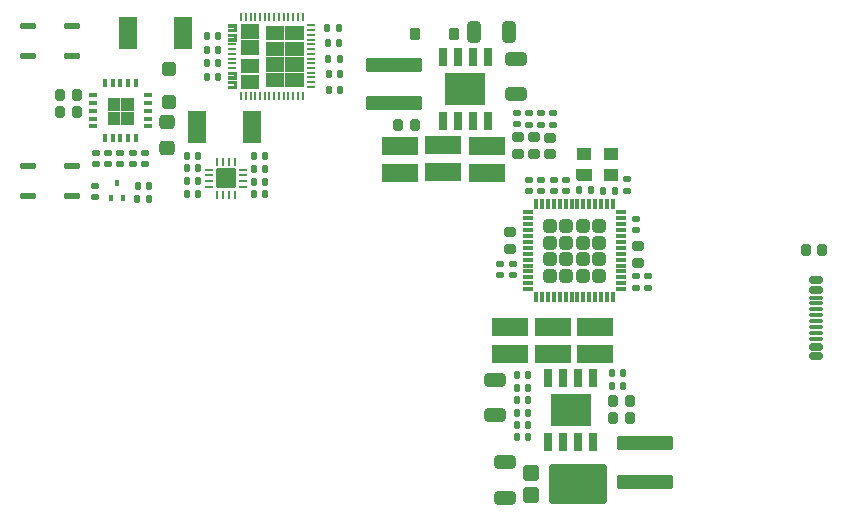
<source format=gbr>
%TF.GenerationSoftware,KiCad,Pcbnew,7.0.11+dfsg-1build4*%
%TF.CreationDate,2024-07-15T15:28:05+02:00*%
%TF.ProjectId,antmicro-poe-to-usbc-pd-adapter,616e746d-6963-4726-9f2d-706f652d746f,rev?*%
%TF.SameCoordinates,Original*%
%TF.FileFunction,Paste,Top*%
%TF.FilePolarity,Positive*%
%FSLAX46Y46*%
G04 Gerber Fmt 4.6, Leading zero omitted, Abs format (unit mm)*
G04 Created by KiCad (PCBNEW 7.0.11+dfsg-1build4) date 2024-07-15 15:28:05 commit  463866a *
%MOMM*%
%LPD*%
G01*
G04 APERTURE LIST*
G04 Aperture macros list*
%AMRoundRect*
0 Rectangle with rounded corners*
0 $1 Rounding radius*
0 $2 $3 $4 $5 $6 $7 $8 $9 X,Y pos of 4 corners*
0 Add a 4 corners polygon primitive as box body*
4,1,4,$2,$3,$4,$5,$6,$7,$8,$9,$2,$3,0*
0 Add four circle primitives for the rounded corners*
1,1,$1+$1,$2,$3*
1,1,$1+$1,$4,$5*
1,1,$1+$1,$6,$7*
1,1,$1+$1,$8,$9*
0 Add four rect primitives between the rounded corners*
20,1,$1+$1,$2,$3,$4,$5,0*
20,1,$1+$1,$4,$5,$6,$7,0*
20,1,$1+$1,$6,$7,$8,$9,0*
20,1,$1+$1,$8,$9,$2,$3,0*%
%AMOutline5P*
0 Free polygon, 5 corners , with rotation*
0 The origin of the aperture is its center*
0 number of corners: always 5*
0 $1 to $10 corner X, Y*
0 $11 Rotation angle, in degrees counterclockwise*
0 create outline with 5 corners*
4,1,5,$1,$2,$3,$4,$5,$6,$7,$8,$9,$10,$1,$2,$11*%
%AMOutline6P*
0 Free polygon, 6 corners , with rotation*
0 The origin of the aperture is its center*
0 number of corners: always 6*
0 $1 to $12 corner X, Y*
0 $13 Rotation angle, in degrees counterclockwise*
0 create outline with 6 corners*
4,1,6,$1,$2,$3,$4,$5,$6,$7,$8,$9,$10,$11,$12,$1,$2,$13*%
%AMOutline7P*
0 Free polygon, 7 corners , with rotation*
0 The origin of the aperture is its center*
0 number of corners: always 7*
0 $1 to $14 corner X, Y*
0 $15 Rotation angle, in degrees counterclockwise*
0 create outline with 7 corners*
4,1,7,$1,$2,$3,$4,$5,$6,$7,$8,$9,$10,$11,$12,$13,$14,$1,$2,$15*%
%AMOutline8P*
0 Free polygon, 8 corners , with rotation*
0 The origin of the aperture is its center*
0 number of corners: always 8*
0 $1 to $16 corner X, Y*
0 $17 Rotation angle, in degrees counterclockwise*
0 create outline with 8 corners*
4,1,8,$1,$2,$3,$4,$5,$6,$7,$8,$9,$10,$11,$12,$13,$14,$15,$16,$1,$2,$17*%
G04 Aperture macros list end*
%ADD10C,0.010000*%
%ADD11C,0.000100*%
%ADD12RoundRect,0.300000X0.350000X-0.300000X0.350000X0.300000X-0.350000X0.300000X-0.350000X-0.300000X0*%
%ADD13RoundRect,0.147500X-0.172500X0.147500X-0.172500X-0.147500X0.172500X-0.147500X0.172500X0.147500X0*%
%ADD14Outline5P,-0.650000X0.550000X0.650000X0.550000X0.650000X-0.550000X-0.430000X-0.550000X-0.650000X-0.330000X0.000000*%
%ADD15R,1.300000X1.100000*%
%ADD16RoundRect,0.160000X-0.340000X0.240000X-0.340000X-0.240000X0.340000X-0.240000X0.340000X0.240000X0*%
%ADD17RoundRect,0.147500X-0.147500X-0.172500X0.147500X-0.172500X0.147500X0.172500X-0.147500X0.172500X0*%
%ADD18R,1.500000X2.750000*%
%ADD19RoundRect,0.160000X0.340000X-0.240000X0.340000X0.240000X-0.340000X0.240000X-0.340000X-0.240000X0*%
%ADD20RoundRect,0.160000X0.240000X0.340000X-0.240000X0.340000X-0.240000X-0.340000X0.240000X-0.340000X0*%
%ADD21R,3.050000X1.520000*%
%ADD22RoundRect,0.168000X-2.262000X1.512000X-2.262000X-1.512000X2.262000X-1.512000X2.262000X1.512000X0*%
%ADD23RoundRect,0.347500X0.352500X-0.347500X0.352500X0.347500X-0.352500X0.347500X-0.352500X-0.347500X0*%
%ADD24RoundRect,0.347500X-0.352500X0.347500X-0.352500X-0.347500X0.352500X-0.347500X0.352500X0.347500X0*%
%ADD25RoundRect,0.147500X0.172500X-0.147500X0.172500X0.147500X-0.172500X0.147500X-0.172500X-0.147500X0*%
%ADD26RoundRect,0.135000X-0.315000X-0.340000X0.315000X-0.340000X0.315000X0.340000X-0.315000X0.340000X0*%
%ADD27R,0.400000X0.510000*%
%ADD28RoundRect,0.287500X-0.612500X0.287500X-0.612500X-0.287500X0.612500X-0.287500X0.612500X0.287500X0*%
%ADD29RoundRect,0.125000X-2.225000X0.500000X-2.225000X-0.500000X2.225000X-0.500000X2.225000X0.500000X0*%
%ADD30RoundRect,0.050000X-0.300000X-0.050000X0.300000X-0.050000X0.300000X0.050000X-0.300000X0.050000X0*%
%ADD31RoundRect,0.050000X0.050000X-0.300000X0.050000X0.300000X-0.050000X0.300000X-0.050000X-0.300000X0*%
%ADD32R,0.650000X1.525000*%
%ADD33R,3.400000X2.710000*%
%ADD34RoundRect,0.147500X0.147500X0.172500X-0.147500X0.172500X-0.147500X-0.172500X0.147500X-0.172500X0*%
%ADD35RoundRect,0.287500X-0.287500X-0.612500X0.287500X-0.612500X0.287500X0.612500X-0.287500X0.612500X0*%
%ADD36RoundRect,0.300000X-0.300000X0.300000X-0.300000X-0.300000X0.300000X-0.300000X0.300000X0.300000X0*%
%ADD37RoundRect,0.160000X-0.240000X-0.340000X0.240000X-0.340000X0.240000X0.340000X-0.240000X0.340000X0*%
%ADD38RoundRect,0.050000X-0.250000X-0.075000X0.250000X-0.075000X0.250000X0.075000X-0.250000X0.075000X0*%
%ADD39RoundRect,0.050000X0.075000X-0.250000X0.075000X0.250000X-0.075000X0.250000X-0.075000X-0.250000X0*%
%ADD40RoundRect,0.050000X0.250000X0.075000X-0.250000X0.075000X-0.250000X-0.075000X0.250000X-0.075000X0*%
%ADD41RoundRect,0.050000X-0.075000X0.250000X-0.075000X-0.250000X0.075000X-0.250000X0.075000X0.250000X0*%
%ADD42RoundRect,0.050000X-0.790000X-0.790000X0.790000X-0.790000X0.790000X0.790000X-0.790000X0.790000X0*%
%ADD43RoundRect,0.077500X0.077500X-0.297500X0.077500X0.297500X-0.077500X0.297500X-0.077500X-0.297500X0*%
%ADD44RoundRect,0.077500X0.297500X-0.077500X0.297500X0.077500X-0.297500X0.077500X-0.297500X-0.077500X0*%
%ADD45RoundRect,0.150000X0.425000X-0.150000X0.425000X0.150000X-0.425000X0.150000X-0.425000X-0.150000X0*%
%ADD46RoundRect,0.075000X0.500000X-0.075000X0.500000X0.075000X-0.500000X0.075000X-0.500000X-0.075000X0*%
%ADD47RoundRect,0.120000X0.580000X0.120000X-0.580000X0.120000X-0.580000X-0.120000X0.580000X-0.120000X0*%
%ADD48RoundRect,0.250000X-0.315000X0.315000X-0.315000X-0.315000X0.315000X-0.315000X0.315000X0.315000X0*%
%ADD49RoundRect,0.075000X-0.075000X0.362500X-0.075000X-0.362500X0.075000X-0.362500X0.075000X0.362500X0*%
%ADD50RoundRect,0.075000X-0.362500X-0.075000X0.362500X-0.075000X0.362500X0.075000X-0.362500X0.075000X0*%
%ADD51RoundRect,0.287500X0.612500X-0.287500X0.612500X0.287500X-0.612500X0.287500X-0.612500X-0.287500X0*%
%ADD52RoundRect,0.120000X-0.580000X-0.120000X0.580000X-0.120000X0.580000X0.120000X-0.580000X0.120000X0*%
G04 APERTURE END LIST*
%TO.C,U6*%
D10*
X99549000Y-51599000D02*
X98080000Y-51599000D01*
X98080000Y-50448000D01*
X99549000Y-50448000D01*
X99549000Y-51599000D01*
G36*
X99549000Y-51599000D02*
G01*
X98080000Y-51599000D01*
X98080000Y-50448000D01*
X99549000Y-50448000D01*
X99549000Y-51599000D01*
G37*
X99549000Y-52948000D02*
X98080000Y-52948000D01*
X98080000Y-51799000D01*
X99549000Y-51799000D01*
X99549000Y-52948000D01*
G36*
X99549000Y-52948000D02*
G01*
X98080000Y-52948000D01*
X98080000Y-51799000D01*
X99549000Y-51799000D01*
X99549000Y-52948000D01*
G37*
X99549000Y-54524000D02*
X98080000Y-54524000D01*
X98080000Y-53375000D01*
X99549000Y-53375000D01*
X99549000Y-54524000D01*
G36*
X99549000Y-54524000D02*
G01*
X98080000Y-54524000D01*
X98080000Y-53375000D01*
X99549000Y-53375000D01*
X99549000Y-54524000D01*
G37*
X99549000Y-55875000D02*
X98080000Y-55875000D01*
X98080000Y-54724000D01*
X99549000Y-54724000D01*
X99549000Y-55875000D01*
G36*
X99549000Y-55875000D02*
G01*
X98080000Y-55875000D01*
X98080000Y-54724000D01*
X99549000Y-54724000D01*
X99549000Y-55875000D01*
G37*
X101639000Y-51730000D02*
X100168000Y-51730000D01*
X100168000Y-50610000D01*
X101639000Y-50610000D01*
X101639000Y-51730000D01*
G36*
X101639000Y-51730000D02*
G01*
X100168000Y-51730000D01*
X100168000Y-50610000D01*
X101639000Y-50610000D01*
X101639000Y-51730000D01*
G37*
X101639000Y-53048000D02*
X100168000Y-53048000D01*
X100168000Y-51930000D01*
X101639000Y-51930000D01*
X101639000Y-53048000D01*
G36*
X101639000Y-53048000D02*
G01*
X100168000Y-53048000D01*
X100168000Y-51930000D01*
X101639000Y-51930000D01*
X101639000Y-53048000D01*
G37*
X101639000Y-54369000D02*
X100168000Y-54369000D01*
X100168000Y-53250000D01*
X101639000Y-53250000D01*
X101639000Y-54369000D01*
G36*
X101639000Y-54369000D02*
G01*
X100168000Y-54369000D01*
X100168000Y-53250000D01*
X101639000Y-53250000D01*
X101639000Y-54369000D01*
G37*
X101639000Y-55689000D02*
X100168000Y-55689000D01*
X100168000Y-54569000D01*
X101639000Y-54569000D01*
X101639000Y-55689000D01*
G36*
X101639000Y-55689000D02*
G01*
X100168000Y-55689000D01*
X100168000Y-54569000D01*
X101639000Y-54569000D01*
X101639000Y-55689000D01*
G37*
X103310000Y-51730000D02*
X101838000Y-51730000D01*
X101838000Y-50610000D01*
X103310000Y-50610000D01*
X103310000Y-51730000D01*
G36*
X103310000Y-51730000D02*
G01*
X101838000Y-51730000D01*
X101838000Y-50610000D01*
X103310000Y-50610000D01*
X103310000Y-51730000D01*
G37*
X103310000Y-53048000D02*
X101838000Y-53048000D01*
X101838000Y-51930000D01*
X103310000Y-51930000D01*
X103310000Y-53048000D01*
G36*
X103310000Y-53048000D02*
G01*
X101838000Y-53048000D01*
X101838000Y-51930000D01*
X103310000Y-51930000D01*
X103310000Y-53048000D01*
G37*
X103310000Y-54369000D02*
X101838000Y-54369000D01*
X101838000Y-53250000D01*
X103310000Y-53250000D01*
X103310000Y-54369000D01*
G36*
X103310000Y-54369000D02*
G01*
X101838000Y-54369000D01*
X101838000Y-53250000D01*
X103310000Y-53250000D01*
X103310000Y-54369000D01*
G37*
X103310000Y-55689000D02*
X101838000Y-55689000D01*
X101838000Y-54569000D01*
X103310000Y-54569000D01*
X103310000Y-55689000D01*
G36*
X103310000Y-55689000D02*
G01*
X101838000Y-55689000D01*
X101838000Y-54569000D01*
X103310000Y-54569000D01*
X103310000Y-55689000D01*
G37*
D11*
X97658000Y-55253000D02*
X97659000Y-55254000D01*
X97662000Y-55254000D01*
X97665000Y-55257000D01*
X97666000Y-55258000D01*
X97669000Y-55258000D01*
X97670000Y-55261000D01*
X97673000Y-55262000D01*
X97674000Y-55265000D01*
X97677000Y-55266000D01*
X97678000Y-55269000D01*
X97679000Y-55270000D01*
X97682000Y-55273000D01*
X97682000Y-55274000D01*
X97685000Y-55275000D01*
X97686000Y-55278000D01*
X97686000Y-55282000D01*
X97687000Y-55283000D01*
X97687000Y-55286000D01*
X97689000Y-55290000D01*
X97690000Y-55294000D01*
X97690000Y-55295000D01*
X97690000Y-55298000D01*
X97690000Y-55798000D01*
X97690000Y-55802000D01*
X97690000Y-55803000D01*
X97689000Y-55806000D01*
X97689000Y-55810000D01*
X97687000Y-55811000D01*
X97687000Y-55814000D01*
X97686000Y-55818000D01*
X97685000Y-55822000D01*
X97682000Y-55823000D01*
X97682000Y-55826000D01*
X97679000Y-55827000D01*
X97678000Y-55830000D01*
X97677000Y-55831000D01*
X97674000Y-55834000D01*
X97673000Y-55835000D01*
X97670000Y-55839000D01*
X97669000Y-55839000D01*
X97666000Y-55842000D01*
X97665000Y-55843000D01*
X97662000Y-55843000D01*
X97659000Y-55846000D01*
X97658000Y-55847000D01*
X97654000Y-55847000D01*
X97653000Y-55847000D01*
X97650000Y-55847000D01*
X97647000Y-55847000D01*
X97645000Y-55850000D01*
X97642000Y-55850000D01*
X97639000Y-55850000D01*
X97040000Y-55850000D01*
X97037000Y-55850000D01*
X97034000Y-55850000D01*
X97032000Y-55847000D01*
X97029000Y-55847000D01*
X97026000Y-55847000D01*
X97025000Y-55847000D01*
X97021000Y-55847000D01*
X97020000Y-55846000D01*
X97017000Y-55843000D01*
X97014000Y-55843000D01*
X97013000Y-55842000D01*
X97010000Y-55839000D01*
X97009000Y-55839000D01*
X97006000Y-55835000D01*
X97005000Y-55834000D01*
X97002000Y-55831000D01*
X97001000Y-55830000D01*
X97000000Y-55827000D01*
X96997000Y-55826000D01*
X96997000Y-55823000D01*
X96994000Y-55822000D01*
X96993000Y-55818000D01*
X96992000Y-55814000D01*
X96992000Y-55811000D01*
X96990000Y-55810000D01*
X96990000Y-55806000D01*
X96989000Y-55803000D01*
X96989000Y-55802000D01*
X96989000Y-55798000D01*
X96989000Y-55698000D01*
X96989000Y-55697000D01*
X96989000Y-55693000D01*
X96990000Y-55690000D01*
X96990000Y-55689000D01*
X96992000Y-55685000D01*
X96993000Y-55681000D01*
X96993000Y-55678000D01*
X96994000Y-55677000D01*
X96997000Y-55673000D01*
X97000000Y-55669000D01*
X97001000Y-55669000D01*
X97002000Y-55665000D01*
X97005000Y-55665000D01*
X97006000Y-55661000D01*
X97009000Y-55661000D01*
X97010000Y-55658000D01*
X97013000Y-55657000D01*
X97014000Y-55657000D01*
X97017000Y-55653000D01*
X97020000Y-55653000D01*
X97021000Y-55653000D01*
X97025000Y-55650000D01*
X97026000Y-55650000D01*
X97029000Y-55649000D01*
X97032000Y-55649000D01*
X97034000Y-55649000D01*
X97037000Y-55649000D01*
X97040000Y-55649000D01*
X97440000Y-55649000D01*
X97443000Y-55649000D01*
X97444000Y-55649000D01*
X97448000Y-55649000D01*
X97452000Y-55648000D01*
X97455000Y-55648000D01*
X97456000Y-55645000D01*
X97460000Y-55645000D01*
X97463000Y-55645000D01*
X97464000Y-55641000D01*
X97467000Y-55641000D01*
X97468000Y-55640000D01*
X97471000Y-55637000D01*
X97472000Y-55637000D01*
X97475000Y-55633000D01*
X97476000Y-55633000D01*
X97479000Y-55629000D01*
X97480000Y-55629000D01*
X97480000Y-55625000D01*
X97483000Y-55625000D01*
X97484000Y-55621000D01*
X97484000Y-55620000D01*
X97487000Y-55617000D01*
X97488000Y-55613000D01*
X97488000Y-55609000D01*
X97488000Y-55608000D01*
X97488000Y-55605000D01*
X97488000Y-55601000D01*
X97488000Y-55600000D01*
X97488000Y-55500000D01*
X97488000Y-55496000D01*
X97488000Y-55495000D01*
X97488000Y-55492000D01*
X97488000Y-55488000D01*
X97488000Y-55487000D01*
X97488000Y-55484000D01*
X97487000Y-55480000D01*
X97484000Y-55480000D01*
X97484000Y-55476000D01*
X97483000Y-55475000D01*
X97480000Y-55472000D01*
X97480000Y-55471000D01*
X97479000Y-55468000D01*
X97476000Y-55467000D01*
X97475000Y-55464000D01*
X97472000Y-55463000D01*
X97471000Y-55460000D01*
X97468000Y-55460000D01*
X97467000Y-55456000D01*
X97464000Y-55456000D01*
X97463000Y-55455000D01*
X97460000Y-55452000D01*
X97456000Y-55451000D01*
X97455000Y-55451000D01*
X97452000Y-55451000D01*
X97448000Y-55451000D01*
X97444000Y-55448000D01*
X97443000Y-55448000D01*
X97440000Y-55448000D01*
X97040000Y-55448000D01*
X97037000Y-55448000D01*
X97034000Y-55448000D01*
X97032000Y-55447000D01*
X97029000Y-55447000D01*
X97026000Y-55447000D01*
X97025000Y-55447000D01*
X97021000Y-55447000D01*
X97020000Y-55444000D01*
X97017000Y-55443000D01*
X97014000Y-55443000D01*
X97013000Y-55440000D01*
X97010000Y-55439000D01*
X97009000Y-55439000D01*
X97006000Y-55435000D01*
X97005000Y-55435000D01*
X97002000Y-55431000D01*
X97001000Y-55431000D01*
X97000000Y-55427000D01*
X96997000Y-55427000D01*
X96997000Y-55423000D01*
X96994000Y-55423000D01*
X96993000Y-55419000D01*
X96993000Y-55416000D01*
X96992000Y-55415000D01*
X96992000Y-55411000D01*
X96990000Y-55408000D01*
X96990000Y-55407000D01*
X96989000Y-55403000D01*
X96989000Y-55399000D01*
X96989000Y-55298000D01*
X96989000Y-55295000D01*
X96989000Y-55294000D01*
X96990000Y-55290000D01*
X96992000Y-55286000D01*
X96992000Y-55283000D01*
X96993000Y-55282000D01*
X96993000Y-55278000D01*
X96994000Y-55275000D01*
X96997000Y-55274000D01*
X96997000Y-55273000D01*
X97000000Y-55270000D01*
X97001000Y-55269000D01*
X97002000Y-55266000D01*
X97005000Y-55265000D01*
X97006000Y-55262000D01*
X97009000Y-55261000D01*
X97010000Y-55258000D01*
X97013000Y-55258000D01*
X97014000Y-55257000D01*
X97017000Y-55254000D01*
X97020000Y-55254000D01*
X97021000Y-55253000D01*
X97025000Y-55250000D01*
X97026000Y-55250000D01*
X97029000Y-55250000D01*
X97032000Y-55250000D01*
X97034000Y-55250000D01*
X97037000Y-55250000D01*
X97040000Y-55250000D01*
X97639000Y-55250000D01*
X97642000Y-55250000D01*
X97645000Y-55250000D01*
X97647000Y-55250000D01*
X97650000Y-55250000D01*
X97653000Y-55250000D01*
X97654000Y-55250000D01*
X97658000Y-55253000D01*
G36*
X97658000Y-55253000D02*
G01*
X97659000Y-55254000D01*
X97662000Y-55254000D01*
X97665000Y-55257000D01*
X97666000Y-55258000D01*
X97669000Y-55258000D01*
X97670000Y-55261000D01*
X97673000Y-55262000D01*
X97674000Y-55265000D01*
X97677000Y-55266000D01*
X97678000Y-55269000D01*
X97679000Y-55270000D01*
X97682000Y-55273000D01*
X97682000Y-55274000D01*
X97685000Y-55275000D01*
X97686000Y-55278000D01*
X97686000Y-55282000D01*
X97687000Y-55283000D01*
X97687000Y-55286000D01*
X97689000Y-55290000D01*
X97690000Y-55294000D01*
X97690000Y-55295000D01*
X97690000Y-55298000D01*
X97690000Y-55798000D01*
X97690000Y-55802000D01*
X97690000Y-55803000D01*
X97689000Y-55806000D01*
X97689000Y-55810000D01*
X97687000Y-55811000D01*
X97687000Y-55814000D01*
X97686000Y-55818000D01*
X97685000Y-55822000D01*
X97682000Y-55823000D01*
X97682000Y-55826000D01*
X97679000Y-55827000D01*
X97678000Y-55830000D01*
X97677000Y-55831000D01*
X97674000Y-55834000D01*
X97673000Y-55835000D01*
X97670000Y-55839000D01*
X97669000Y-55839000D01*
X97666000Y-55842000D01*
X97665000Y-55843000D01*
X97662000Y-55843000D01*
X97659000Y-55846000D01*
X97658000Y-55847000D01*
X97654000Y-55847000D01*
X97653000Y-55847000D01*
X97650000Y-55847000D01*
X97647000Y-55847000D01*
X97645000Y-55850000D01*
X97642000Y-55850000D01*
X97639000Y-55850000D01*
X97040000Y-55850000D01*
X97037000Y-55850000D01*
X97034000Y-55850000D01*
X97032000Y-55847000D01*
X97029000Y-55847000D01*
X97026000Y-55847000D01*
X97025000Y-55847000D01*
X97021000Y-55847000D01*
X97020000Y-55846000D01*
X97017000Y-55843000D01*
X97014000Y-55843000D01*
X97013000Y-55842000D01*
X97010000Y-55839000D01*
X97009000Y-55839000D01*
X97006000Y-55835000D01*
X97005000Y-55834000D01*
X97002000Y-55831000D01*
X97001000Y-55830000D01*
X97000000Y-55827000D01*
X96997000Y-55826000D01*
X96997000Y-55823000D01*
X96994000Y-55822000D01*
X96993000Y-55818000D01*
X96992000Y-55814000D01*
X96992000Y-55811000D01*
X96990000Y-55810000D01*
X96990000Y-55806000D01*
X96989000Y-55803000D01*
X96989000Y-55802000D01*
X96989000Y-55798000D01*
X96989000Y-55698000D01*
X96989000Y-55697000D01*
X96989000Y-55693000D01*
X96990000Y-55690000D01*
X96990000Y-55689000D01*
X96992000Y-55685000D01*
X96993000Y-55681000D01*
X96993000Y-55678000D01*
X96994000Y-55677000D01*
X96997000Y-55673000D01*
X97000000Y-55669000D01*
X97001000Y-55669000D01*
X97002000Y-55665000D01*
X97005000Y-55665000D01*
X97006000Y-55661000D01*
X97009000Y-55661000D01*
X97010000Y-55658000D01*
X97013000Y-55657000D01*
X97014000Y-55657000D01*
X97017000Y-55653000D01*
X97020000Y-55653000D01*
X97021000Y-55653000D01*
X97025000Y-55650000D01*
X97026000Y-55650000D01*
X97029000Y-55649000D01*
X97032000Y-55649000D01*
X97034000Y-55649000D01*
X97037000Y-55649000D01*
X97040000Y-55649000D01*
X97440000Y-55649000D01*
X97443000Y-55649000D01*
X97444000Y-55649000D01*
X97448000Y-55649000D01*
X97452000Y-55648000D01*
X97455000Y-55648000D01*
X97456000Y-55645000D01*
X97460000Y-55645000D01*
X97463000Y-55645000D01*
X97464000Y-55641000D01*
X97467000Y-55641000D01*
X97468000Y-55640000D01*
X97471000Y-55637000D01*
X97472000Y-55637000D01*
X97475000Y-55633000D01*
X97476000Y-55633000D01*
X97479000Y-55629000D01*
X97480000Y-55629000D01*
X97480000Y-55625000D01*
X97483000Y-55625000D01*
X97484000Y-55621000D01*
X97484000Y-55620000D01*
X97487000Y-55617000D01*
X97488000Y-55613000D01*
X97488000Y-55609000D01*
X97488000Y-55608000D01*
X97488000Y-55605000D01*
X97488000Y-55601000D01*
X97488000Y-55600000D01*
X97488000Y-55500000D01*
X97488000Y-55496000D01*
X97488000Y-55495000D01*
X97488000Y-55492000D01*
X97488000Y-55488000D01*
X97488000Y-55487000D01*
X97488000Y-55484000D01*
X97487000Y-55480000D01*
X97484000Y-55480000D01*
X97484000Y-55476000D01*
X97483000Y-55475000D01*
X97480000Y-55472000D01*
X97480000Y-55471000D01*
X97479000Y-55468000D01*
X97476000Y-55467000D01*
X97475000Y-55464000D01*
X97472000Y-55463000D01*
X97471000Y-55460000D01*
X97468000Y-55460000D01*
X97467000Y-55456000D01*
X97464000Y-55456000D01*
X97463000Y-55455000D01*
X97460000Y-55452000D01*
X97456000Y-55451000D01*
X97455000Y-55451000D01*
X97452000Y-55451000D01*
X97448000Y-55451000D01*
X97444000Y-55448000D01*
X97443000Y-55448000D01*
X97440000Y-55448000D01*
X97040000Y-55448000D01*
X97037000Y-55448000D01*
X97034000Y-55448000D01*
X97032000Y-55447000D01*
X97029000Y-55447000D01*
X97026000Y-55447000D01*
X97025000Y-55447000D01*
X97021000Y-55447000D01*
X97020000Y-55444000D01*
X97017000Y-55443000D01*
X97014000Y-55443000D01*
X97013000Y-55440000D01*
X97010000Y-55439000D01*
X97009000Y-55439000D01*
X97006000Y-55435000D01*
X97005000Y-55435000D01*
X97002000Y-55431000D01*
X97001000Y-55431000D01*
X97000000Y-55427000D01*
X96997000Y-55427000D01*
X96997000Y-55423000D01*
X96994000Y-55423000D01*
X96993000Y-55419000D01*
X96993000Y-55416000D01*
X96992000Y-55415000D01*
X96992000Y-55411000D01*
X96990000Y-55408000D01*
X96990000Y-55407000D01*
X96989000Y-55403000D01*
X96989000Y-55399000D01*
X96989000Y-55298000D01*
X96989000Y-55295000D01*
X96989000Y-55294000D01*
X96990000Y-55290000D01*
X96992000Y-55286000D01*
X96992000Y-55283000D01*
X96993000Y-55282000D01*
X96993000Y-55278000D01*
X96994000Y-55275000D01*
X96997000Y-55274000D01*
X96997000Y-55273000D01*
X97000000Y-55270000D01*
X97001000Y-55269000D01*
X97002000Y-55266000D01*
X97005000Y-55265000D01*
X97006000Y-55262000D01*
X97009000Y-55261000D01*
X97010000Y-55258000D01*
X97013000Y-55258000D01*
X97014000Y-55257000D01*
X97017000Y-55254000D01*
X97020000Y-55254000D01*
X97021000Y-55253000D01*
X97025000Y-55250000D01*
X97026000Y-55250000D01*
X97029000Y-55250000D01*
X97032000Y-55250000D01*
X97034000Y-55250000D01*
X97037000Y-55250000D01*
X97040000Y-55250000D01*
X97639000Y-55250000D01*
X97642000Y-55250000D01*
X97645000Y-55250000D01*
X97647000Y-55250000D01*
X97650000Y-55250000D01*
X97653000Y-55250000D01*
X97654000Y-55250000D01*
X97658000Y-55253000D01*
G37*
X97647000Y-50451000D02*
X97650000Y-50451000D01*
X97653000Y-50452000D01*
X97654000Y-50452000D01*
X97658000Y-50452000D01*
X97659000Y-50452000D01*
X97662000Y-50455000D01*
X97665000Y-50456000D01*
X97666000Y-50456000D01*
X97669000Y-50460000D01*
X97670000Y-50460000D01*
X97673000Y-50462000D01*
X97674000Y-50465000D01*
X97677000Y-50466000D01*
X97678000Y-50469000D01*
X97679000Y-50470000D01*
X97682000Y-50473000D01*
X97682000Y-50474000D01*
X97685000Y-50477000D01*
X97686000Y-50480000D01*
X97686000Y-50481000D01*
X97687000Y-50485000D01*
X97687000Y-50486000D01*
X97689000Y-50489000D01*
X97689000Y-50492000D01*
X97690000Y-50494000D01*
X97690000Y-50497000D01*
X97690000Y-50500000D01*
X97690000Y-51000000D01*
X97690000Y-51002000D01*
X97690000Y-51005000D01*
X97689000Y-51008000D01*
X97689000Y-51009000D01*
X97687000Y-51013000D01*
X97687000Y-51014000D01*
X97686000Y-51017000D01*
X97686000Y-51020000D01*
X97685000Y-51022000D01*
X97682000Y-51025000D01*
X97679000Y-51029000D01*
X97678000Y-51029000D01*
X97677000Y-51033000D01*
X97674000Y-51033000D01*
X97673000Y-51037000D01*
X97670000Y-51037000D01*
X97669000Y-51040000D01*
X97666000Y-51041000D01*
X97665000Y-51041000D01*
X97662000Y-51045000D01*
X97659000Y-51045000D01*
X97658000Y-51045000D01*
X97654000Y-51048000D01*
X97653000Y-51048000D01*
X97650000Y-51049000D01*
X97647000Y-51049000D01*
X97645000Y-51049000D01*
X97642000Y-51049000D01*
X97639000Y-51049000D01*
X97040000Y-51049000D01*
X97037000Y-51049000D01*
X97034000Y-51049000D01*
X97032000Y-51049000D01*
X97029000Y-51049000D01*
X97026000Y-51048000D01*
X97025000Y-51048000D01*
X97021000Y-51045000D01*
X97020000Y-51045000D01*
X97017000Y-51045000D01*
X97014000Y-51041000D01*
X97013000Y-51041000D01*
X97010000Y-51040000D01*
X97009000Y-51037000D01*
X97006000Y-51037000D01*
X97005000Y-51033000D01*
X97002000Y-51033000D01*
X97001000Y-51029000D01*
X97000000Y-51029000D01*
X96997000Y-51025000D01*
X96994000Y-51022000D01*
X96993000Y-51020000D01*
X96993000Y-51017000D01*
X96992000Y-51014000D01*
X96992000Y-51013000D01*
X96990000Y-51009000D01*
X96990000Y-51008000D01*
X96989000Y-51005000D01*
X96989000Y-51002000D01*
X96989000Y-51000000D01*
X96989000Y-50900000D01*
X96989000Y-50896000D01*
X96989000Y-50895000D01*
X96990000Y-50892000D01*
X96990000Y-50889000D01*
X96992000Y-50887000D01*
X96992000Y-50884000D01*
X96993000Y-50881000D01*
X96993000Y-50880000D01*
X96994000Y-50876000D01*
X96997000Y-50875000D01*
X96997000Y-50872000D01*
X97000000Y-50871000D01*
X97001000Y-50868000D01*
X97002000Y-50867000D01*
X97005000Y-50864000D01*
X97006000Y-50863000D01*
X97009000Y-50860000D01*
X97010000Y-50860000D01*
X97013000Y-50857000D01*
X97014000Y-50856000D01*
X97017000Y-50855000D01*
X97020000Y-50853000D01*
X97021000Y-50852000D01*
X97025000Y-50852000D01*
X97026000Y-50852000D01*
X97029000Y-50851000D01*
X97032000Y-50851000D01*
X97034000Y-50849000D01*
X97037000Y-50849000D01*
X97040000Y-50849000D01*
X97440000Y-50849000D01*
X97443000Y-50849000D01*
X97444000Y-50849000D01*
X97448000Y-50848000D01*
X97452000Y-50848000D01*
X97455000Y-50848000D01*
X97456000Y-50847000D01*
X97460000Y-50845000D01*
X97463000Y-50843000D01*
X97464000Y-50843000D01*
X97467000Y-50842000D01*
X97468000Y-50839000D01*
X97471000Y-50839000D01*
X97472000Y-50835000D01*
X97475000Y-50835000D01*
X97476000Y-50831000D01*
X97479000Y-50831000D01*
X97480000Y-50827000D01*
X97483000Y-50823000D01*
X97484000Y-50823000D01*
X97484000Y-50819000D01*
X97487000Y-50818000D01*
X97488000Y-50815000D01*
X97488000Y-50811000D01*
X97488000Y-50810000D01*
X97488000Y-50807000D01*
X97488000Y-50803000D01*
X97488000Y-50799000D01*
X97488000Y-50698000D01*
X97488000Y-50697000D01*
X97488000Y-50694000D01*
X97488000Y-50690000D01*
X97488000Y-50686000D01*
X97488000Y-50685000D01*
X97487000Y-50682000D01*
X97484000Y-50678000D01*
X97484000Y-50677000D01*
X97483000Y-50674000D01*
X97480000Y-50673000D01*
X97480000Y-50670000D01*
X97479000Y-50669000D01*
X97476000Y-50666000D01*
X97475000Y-50665000D01*
X97472000Y-50662000D01*
X97471000Y-50661000D01*
X97468000Y-50658000D01*
X97467000Y-50658000D01*
X97464000Y-50657000D01*
X97463000Y-50654000D01*
X97460000Y-50654000D01*
X97456000Y-50653000D01*
X97455000Y-50650000D01*
X97452000Y-50650000D01*
X97448000Y-50650000D01*
X97444000Y-50650000D01*
X97443000Y-50650000D01*
X97440000Y-50650000D01*
X97040000Y-50650000D01*
X97037000Y-50650000D01*
X97034000Y-50650000D01*
X97032000Y-50649000D01*
X97029000Y-50649000D01*
X97026000Y-50647000D01*
X97025000Y-50647000D01*
X97021000Y-50646000D01*
X97020000Y-50646000D01*
X97017000Y-50645000D01*
X97014000Y-50642000D01*
X97013000Y-50642000D01*
X97010000Y-50639000D01*
X97009000Y-50638000D01*
X97006000Y-50637000D01*
X97005000Y-50634000D01*
X97002000Y-50633000D01*
X97001000Y-50630000D01*
X97000000Y-50629000D01*
X96997000Y-50626000D01*
X96997000Y-50625000D01*
X96994000Y-50622000D01*
X96993000Y-50619000D01*
X96993000Y-50618000D01*
X96992000Y-50614000D01*
X96992000Y-50613000D01*
X96990000Y-50610000D01*
X96990000Y-50607000D01*
X96989000Y-50605000D01*
X96989000Y-50602000D01*
X96989000Y-50599000D01*
X96989000Y-50500000D01*
X96989000Y-50497000D01*
X96989000Y-50494000D01*
X96990000Y-50492000D01*
X96990000Y-50489000D01*
X96992000Y-50486000D01*
X96992000Y-50485000D01*
X96993000Y-50481000D01*
X96993000Y-50480000D01*
X96994000Y-50477000D01*
X96997000Y-50474000D01*
X96997000Y-50473000D01*
X97000000Y-50470000D01*
X97001000Y-50469000D01*
X97002000Y-50466000D01*
X97005000Y-50465000D01*
X97006000Y-50462000D01*
X97009000Y-50460000D01*
X97010000Y-50460000D01*
X97013000Y-50456000D01*
X97014000Y-50456000D01*
X97017000Y-50455000D01*
X97020000Y-50452000D01*
X97021000Y-50452000D01*
X97025000Y-50452000D01*
X97026000Y-50452000D01*
X97029000Y-50451000D01*
X97032000Y-50451000D01*
X97034000Y-50448000D01*
X97037000Y-50448000D01*
X97040000Y-50448000D01*
X97639000Y-50448000D01*
X97642000Y-50448000D01*
X97645000Y-50448000D01*
X97647000Y-50451000D01*
G36*
X97647000Y-50451000D02*
G01*
X97650000Y-50451000D01*
X97653000Y-50452000D01*
X97654000Y-50452000D01*
X97658000Y-50452000D01*
X97659000Y-50452000D01*
X97662000Y-50455000D01*
X97665000Y-50456000D01*
X97666000Y-50456000D01*
X97669000Y-50460000D01*
X97670000Y-50460000D01*
X97673000Y-50462000D01*
X97674000Y-50465000D01*
X97677000Y-50466000D01*
X97678000Y-50469000D01*
X97679000Y-50470000D01*
X97682000Y-50473000D01*
X97682000Y-50474000D01*
X97685000Y-50477000D01*
X97686000Y-50480000D01*
X97686000Y-50481000D01*
X97687000Y-50485000D01*
X97687000Y-50486000D01*
X97689000Y-50489000D01*
X97689000Y-50492000D01*
X97690000Y-50494000D01*
X97690000Y-50497000D01*
X97690000Y-50500000D01*
X97690000Y-51000000D01*
X97690000Y-51002000D01*
X97690000Y-51005000D01*
X97689000Y-51008000D01*
X97689000Y-51009000D01*
X97687000Y-51013000D01*
X97687000Y-51014000D01*
X97686000Y-51017000D01*
X97686000Y-51020000D01*
X97685000Y-51022000D01*
X97682000Y-51025000D01*
X97679000Y-51029000D01*
X97678000Y-51029000D01*
X97677000Y-51033000D01*
X97674000Y-51033000D01*
X97673000Y-51037000D01*
X97670000Y-51037000D01*
X97669000Y-51040000D01*
X97666000Y-51041000D01*
X97665000Y-51041000D01*
X97662000Y-51045000D01*
X97659000Y-51045000D01*
X97658000Y-51045000D01*
X97654000Y-51048000D01*
X97653000Y-51048000D01*
X97650000Y-51049000D01*
X97647000Y-51049000D01*
X97645000Y-51049000D01*
X97642000Y-51049000D01*
X97639000Y-51049000D01*
X97040000Y-51049000D01*
X97037000Y-51049000D01*
X97034000Y-51049000D01*
X97032000Y-51049000D01*
X97029000Y-51049000D01*
X97026000Y-51048000D01*
X97025000Y-51048000D01*
X97021000Y-51045000D01*
X97020000Y-51045000D01*
X97017000Y-51045000D01*
X97014000Y-51041000D01*
X97013000Y-51041000D01*
X97010000Y-51040000D01*
X97009000Y-51037000D01*
X97006000Y-51037000D01*
X97005000Y-51033000D01*
X97002000Y-51033000D01*
X97001000Y-51029000D01*
X97000000Y-51029000D01*
X96997000Y-51025000D01*
X96994000Y-51022000D01*
X96993000Y-51020000D01*
X96993000Y-51017000D01*
X96992000Y-51014000D01*
X96992000Y-51013000D01*
X96990000Y-51009000D01*
X96990000Y-51008000D01*
X96989000Y-51005000D01*
X96989000Y-51002000D01*
X96989000Y-51000000D01*
X96989000Y-50900000D01*
X96989000Y-50896000D01*
X96989000Y-50895000D01*
X96990000Y-50892000D01*
X96990000Y-50889000D01*
X96992000Y-50887000D01*
X96992000Y-50884000D01*
X96993000Y-50881000D01*
X96993000Y-50880000D01*
X96994000Y-50876000D01*
X96997000Y-50875000D01*
X96997000Y-50872000D01*
X97000000Y-50871000D01*
X97001000Y-50868000D01*
X97002000Y-50867000D01*
X97005000Y-50864000D01*
X97006000Y-50863000D01*
X97009000Y-50860000D01*
X97010000Y-50860000D01*
X97013000Y-50857000D01*
X97014000Y-50856000D01*
X97017000Y-50855000D01*
X97020000Y-50853000D01*
X97021000Y-50852000D01*
X97025000Y-50852000D01*
X97026000Y-50852000D01*
X97029000Y-50851000D01*
X97032000Y-50851000D01*
X97034000Y-50849000D01*
X97037000Y-50849000D01*
X97040000Y-50849000D01*
X97440000Y-50849000D01*
X97443000Y-50849000D01*
X97444000Y-50849000D01*
X97448000Y-50848000D01*
X97452000Y-50848000D01*
X97455000Y-50848000D01*
X97456000Y-50847000D01*
X97460000Y-50845000D01*
X97463000Y-50843000D01*
X97464000Y-50843000D01*
X97467000Y-50842000D01*
X97468000Y-50839000D01*
X97471000Y-50839000D01*
X97472000Y-50835000D01*
X97475000Y-50835000D01*
X97476000Y-50831000D01*
X97479000Y-50831000D01*
X97480000Y-50827000D01*
X97483000Y-50823000D01*
X97484000Y-50823000D01*
X97484000Y-50819000D01*
X97487000Y-50818000D01*
X97488000Y-50815000D01*
X97488000Y-50811000D01*
X97488000Y-50810000D01*
X97488000Y-50807000D01*
X97488000Y-50803000D01*
X97488000Y-50799000D01*
X97488000Y-50698000D01*
X97488000Y-50697000D01*
X97488000Y-50694000D01*
X97488000Y-50690000D01*
X97488000Y-50686000D01*
X97488000Y-50685000D01*
X97487000Y-50682000D01*
X97484000Y-50678000D01*
X97484000Y-50677000D01*
X97483000Y-50674000D01*
X97480000Y-50673000D01*
X97480000Y-50670000D01*
X97479000Y-50669000D01*
X97476000Y-50666000D01*
X97475000Y-50665000D01*
X97472000Y-50662000D01*
X97471000Y-50661000D01*
X97468000Y-50658000D01*
X97467000Y-50658000D01*
X97464000Y-50657000D01*
X97463000Y-50654000D01*
X97460000Y-50654000D01*
X97456000Y-50653000D01*
X97455000Y-50650000D01*
X97452000Y-50650000D01*
X97448000Y-50650000D01*
X97444000Y-50650000D01*
X97443000Y-50650000D01*
X97440000Y-50650000D01*
X97040000Y-50650000D01*
X97037000Y-50650000D01*
X97034000Y-50650000D01*
X97032000Y-50649000D01*
X97029000Y-50649000D01*
X97026000Y-50647000D01*
X97025000Y-50647000D01*
X97021000Y-50646000D01*
X97020000Y-50646000D01*
X97017000Y-50645000D01*
X97014000Y-50642000D01*
X97013000Y-50642000D01*
X97010000Y-50639000D01*
X97009000Y-50638000D01*
X97006000Y-50637000D01*
X97005000Y-50634000D01*
X97002000Y-50633000D01*
X97001000Y-50630000D01*
X97000000Y-50629000D01*
X96997000Y-50626000D01*
X96997000Y-50625000D01*
X96994000Y-50622000D01*
X96993000Y-50619000D01*
X96993000Y-50618000D01*
X96992000Y-50614000D01*
X96992000Y-50613000D01*
X96990000Y-50610000D01*
X96990000Y-50607000D01*
X96989000Y-50605000D01*
X96989000Y-50602000D01*
X96989000Y-50599000D01*
X96989000Y-50500000D01*
X96989000Y-50497000D01*
X96989000Y-50494000D01*
X96990000Y-50492000D01*
X96990000Y-50489000D01*
X96992000Y-50486000D01*
X96992000Y-50485000D01*
X96993000Y-50481000D01*
X96993000Y-50480000D01*
X96994000Y-50477000D01*
X96997000Y-50474000D01*
X96997000Y-50473000D01*
X97000000Y-50470000D01*
X97001000Y-50469000D01*
X97002000Y-50466000D01*
X97005000Y-50465000D01*
X97006000Y-50462000D01*
X97009000Y-50460000D01*
X97010000Y-50460000D01*
X97013000Y-50456000D01*
X97014000Y-50456000D01*
X97017000Y-50455000D01*
X97020000Y-50452000D01*
X97021000Y-50452000D01*
X97025000Y-50452000D01*
X97026000Y-50452000D01*
X97029000Y-50451000D01*
X97032000Y-50451000D01*
X97034000Y-50448000D01*
X97037000Y-50448000D01*
X97040000Y-50448000D01*
X97639000Y-50448000D01*
X97642000Y-50448000D01*
X97645000Y-50448000D01*
X97647000Y-50451000D01*
G37*
X97647000Y-51251000D02*
X97650000Y-51251000D01*
X97653000Y-51251000D01*
X97654000Y-51251000D01*
X97658000Y-51253000D01*
X97659000Y-51253000D01*
X97662000Y-51255000D01*
X97665000Y-51257000D01*
X97666000Y-51257000D01*
X97669000Y-51259000D01*
X97670000Y-51261000D01*
X97673000Y-51263000D01*
X97674000Y-51265000D01*
X97677000Y-51267000D01*
X97678000Y-51269000D01*
X97679000Y-51271000D01*
X97682000Y-51273000D01*
X97682000Y-51275000D01*
X97685000Y-51277000D01*
X97686000Y-51279000D01*
X97686000Y-51281000D01*
X97687000Y-51285000D01*
X97687000Y-51287000D01*
X97689000Y-51289000D01*
X97689000Y-51291000D01*
X97690000Y-51295000D01*
X97690000Y-51297000D01*
X97690000Y-51299000D01*
X97690000Y-51799000D01*
X97690000Y-51803000D01*
X97690000Y-51805000D01*
X97689000Y-51807000D01*
X97689000Y-51809000D01*
X97687000Y-51813000D01*
X97687000Y-51815000D01*
X97686000Y-51817000D01*
X97686000Y-51819000D01*
X97685000Y-51823000D01*
X97682000Y-51825000D01*
X97682000Y-51827000D01*
X97679000Y-51829000D01*
X97678000Y-51831000D01*
X97677000Y-51833000D01*
X97674000Y-51835000D01*
X97673000Y-51837000D01*
X97670000Y-51839000D01*
X97669000Y-51839000D01*
X97666000Y-51841000D01*
X97665000Y-51843000D01*
X97662000Y-51845000D01*
X97659000Y-51845000D01*
X97658000Y-51847000D01*
X97654000Y-51847000D01*
X97653000Y-51847000D01*
X97650000Y-51849000D01*
X97647000Y-51849000D01*
X97645000Y-51849000D01*
X97642000Y-51849000D01*
X97639000Y-51849000D01*
X97040000Y-51849000D01*
X97037000Y-51849000D01*
X97034000Y-51849000D01*
X97032000Y-51849000D01*
X97029000Y-51849000D01*
X97026000Y-51847000D01*
X97025000Y-51847000D01*
X97021000Y-51847000D01*
X97020000Y-51845000D01*
X97017000Y-51845000D01*
X97014000Y-51843000D01*
X97013000Y-51841000D01*
X97010000Y-51839000D01*
X97009000Y-51839000D01*
X97006000Y-51837000D01*
X97005000Y-51835000D01*
X97002000Y-51833000D01*
X97001000Y-51831000D01*
X97000000Y-51829000D01*
X96997000Y-51827000D01*
X96997000Y-51825000D01*
X96994000Y-51823000D01*
X96993000Y-51819000D01*
X96993000Y-51817000D01*
X96992000Y-51815000D01*
X96992000Y-51813000D01*
X96990000Y-51809000D01*
X96990000Y-51807000D01*
X96989000Y-51805000D01*
X96989000Y-51803000D01*
X96989000Y-51799000D01*
X96989000Y-51700000D01*
X96989000Y-51696000D01*
X96989000Y-51694000D01*
X96990000Y-51692000D01*
X96990000Y-51690000D01*
X96992000Y-51686000D01*
X96992000Y-51684000D01*
X96993000Y-51682000D01*
X96993000Y-51680000D01*
X96994000Y-51676000D01*
X96997000Y-51674000D01*
X96997000Y-51672000D01*
X97000000Y-51670000D01*
X97001000Y-51668000D01*
X97002000Y-51666000D01*
X97005000Y-51664000D01*
X97006000Y-51662000D01*
X97009000Y-51660000D01*
X97010000Y-51660000D01*
X97013000Y-51658000D01*
X97014000Y-51656000D01*
X97017000Y-51654000D01*
X97020000Y-51654000D01*
X97021000Y-51652000D01*
X97025000Y-51652000D01*
X97026000Y-51652000D01*
X97029000Y-51650000D01*
X97032000Y-51650000D01*
X97034000Y-51650000D01*
X97037000Y-51650000D01*
X97040000Y-51650000D01*
X97440000Y-51650000D01*
X97443000Y-51650000D01*
X97444000Y-51650000D01*
X97448000Y-51648000D01*
X97452000Y-51648000D01*
X97455000Y-51648000D01*
X97456000Y-51646000D01*
X97460000Y-51646000D01*
X97463000Y-51644000D01*
X97464000Y-51642000D01*
X97467000Y-51642000D01*
X97468000Y-51640000D01*
X97471000Y-51638000D01*
X97472000Y-51636000D01*
X97475000Y-51634000D01*
X97476000Y-51632000D01*
X97479000Y-51630000D01*
X97480000Y-51628000D01*
X97480000Y-51626000D01*
X97483000Y-51624000D01*
X97484000Y-51622000D01*
X97484000Y-51620000D01*
X97487000Y-51618000D01*
X97488000Y-51614000D01*
X97488000Y-51613000D01*
X97488000Y-51609000D01*
X97488000Y-51607000D01*
X97488000Y-51605000D01*
X97488000Y-51603000D01*
X97488000Y-51599000D01*
X97488000Y-51499000D01*
X97488000Y-51497000D01*
X97488000Y-51495000D01*
X97488000Y-51491000D01*
X97488000Y-51489000D01*
X97488000Y-51487000D01*
X97488000Y-51484000D01*
X97487000Y-51482000D01*
X97484000Y-51480000D01*
X97484000Y-51476000D01*
X97483000Y-51474000D01*
X97480000Y-51472000D01*
X97480000Y-51470000D01*
X97479000Y-51468000D01*
X97476000Y-51466000D01*
X97475000Y-51464000D01*
X97472000Y-51462000D01*
X97471000Y-51460000D01*
X97468000Y-51460000D01*
X97467000Y-51458000D01*
X97464000Y-51456000D01*
X97463000Y-51454000D01*
X97460000Y-51454000D01*
X97456000Y-51452000D01*
X97455000Y-51452000D01*
X97452000Y-51452000D01*
X97448000Y-51450000D01*
X97444000Y-51450000D01*
X97443000Y-51450000D01*
X97440000Y-51450000D01*
X97040000Y-51450000D01*
X97037000Y-51450000D01*
X97034000Y-51450000D01*
X97032000Y-51448000D01*
X97029000Y-51448000D01*
X97026000Y-51448000D01*
X97025000Y-51448000D01*
X97021000Y-51446000D01*
X97020000Y-51446000D01*
X97017000Y-51444000D01*
X97014000Y-51442000D01*
X97013000Y-51442000D01*
X97010000Y-51440000D01*
X97009000Y-51438000D01*
X97006000Y-51436000D01*
X97005000Y-51434000D01*
X97002000Y-51432000D01*
X97001000Y-51430000D01*
X97000000Y-51428000D01*
X96997000Y-51426000D01*
X96997000Y-51424000D01*
X96994000Y-51422000D01*
X96993000Y-51420000D01*
X96993000Y-51418000D01*
X96992000Y-51414000D01*
X96992000Y-51412000D01*
X96990000Y-51410000D01*
X96990000Y-51408000D01*
X96989000Y-51404000D01*
X96989000Y-51402000D01*
X96989000Y-51400000D01*
X96989000Y-51299000D01*
X96989000Y-51297000D01*
X96989000Y-51295000D01*
X96990000Y-51291000D01*
X96990000Y-51289000D01*
X96992000Y-51287000D01*
X96992000Y-51285000D01*
X96993000Y-51281000D01*
X96993000Y-51279000D01*
X96994000Y-51277000D01*
X96997000Y-51275000D01*
X96997000Y-51273000D01*
X97000000Y-51271000D01*
X97001000Y-51269000D01*
X97002000Y-51267000D01*
X97005000Y-51265000D01*
X97006000Y-51263000D01*
X97009000Y-51261000D01*
X97010000Y-51259000D01*
X97013000Y-51257000D01*
X97014000Y-51257000D01*
X97017000Y-51255000D01*
X97020000Y-51253000D01*
X97021000Y-51253000D01*
X97025000Y-51251000D01*
X97026000Y-51251000D01*
X97029000Y-51251000D01*
X97032000Y-51251000D01*
X97034000Y-51249000D01*
X97037000Y-51249000D01*
X97040000Y-51249000D01*
X97639000Y-51249000D01*
X97642000Y-51249000D01*
X97645000Y-51249000D01*
X97647000Y-51251000D01*
G36*
X97647000Y-51251000D02*
G01*
X97650000Y-51251000D01*
X97653000Y-51251000D01*
X97654000Y-51251000D01*
X97658000Y-51253000D01*
X97659000Y-51253000D01*
X97662000Y-51255000D01*
X97665000Y-51257000D01*
X97666000Y-51257000D01*
X97669000Y-51259000D01*
X97670000Y-51261000D01*
X97673000Y-51263000D01*
X97674000Y-51265000D01*
X97677000Y-51267000D01*
X97678000Y-51269000D01*
X97679000Y-51271000D01*
X97682000Y-51273000D01*
X97682000Y-51275000D01*
X97685000Y-51277000D01*
X97686000Y-51279000D01*
X97686000Y-51281000D01*
X97687000Y-51285000D01*
X97687000Y-51287000D01*
X97689000Y-51289000D01*
X97689000Y-51291000D01*
X97690000Y-51295000D01*
X97690000Y-51297000D01*
X97690000Y-51299000D01*
X97690000Y-51799000D01*
X97690000Y-51803000D01*
X97690000Y-51805000D01*
X97689000Y-51807000D01*
X97689000Y-51809000D01*
X97687000Y-51813000D01*
X97687000Y-51815000D01*
X97686000Y-51817000D01*
X97686000Y-51819000D01*
X97685000Y-51823000D01*
X97682000Y-51825000D01*
X97682000Y-51827000D01*
X97679000Y-51829000D01*
X97678000Y-51831000D01*
X97677000Y-51833000D01*
X97674000Y-51835000D01*
X97673000Y-51837000D01*
X97670000Y-51839000D01*
X97669000Y-51839000D01*
X97666000Y-51841000D01*
X97665000Y-51843000D01*
X97662000Y-51845000D01*
X97659000Y-51845000D01*
X97658000Y-51847000D01*
X97654000Y-51847000D01*
X97653000Y-51847000D01*
X97650000Y-51849000D01*
X97647000Y-51849000D01*
X97645000Y-51849000D01*
X97642000Y-51849000D01*
X97639000Y-51849000D01*
X97040000Y-51849000D01*
X97037000Y-51849000D01*
X97034000Y-51849000D01*
X97032000Y-51849000D01*
X97029000Y-51849000D01*
X97026000Y-51847000D01*
X97025000Y-51847000D01*
X97021000Y-51847000D01*
X97020000Y-51845000D01*
X97017000Y-51845000D01*
X97014000Y-51843000D01*
X97013000Y-51841000D01*
X97010000Y-51839000D01*
X97009000Y-51839000D01*
X97006000Y-51837000D01*
X97005000Y-51835000D01*
X97002000Y-51833000D01*
X97001000Y-51831000D01*
X97000000Y-51829000D01*
X96997000Y-51827000D01*
X96997000Y-51825000D01*
X96994000Y-51823000D01*
X96993000Y-51819000D01*
X96993000Y-51817000D01*
X96992000Y-51815000D01*
X96992000Y-51813000D01*
X96990000Y-51809000D01*
X96990000Y-51807000D01*
X96989000Y-51805000D01*
X96989000Y-51803000D01*
X96989000Y-51799000D01*
X96989000Y-51700000D01*
X96989000Y-51696000D01*
X96989000Y-51694000D01*
X96990000Y-51692000D01*
X96990000Y-51690000D01*
X96992000Y-51686000D01*
X96992000Y-51684000D01*
X96993000Y-51682000D01*
X96993000Y-51680000D01*
X96994000Y-51676000D01*
X96997000Y-51674000D01*
X96997000Y-51672000D01*
X97000000Y-51670000D01*
X97001000Y-51668000D01*
X97002000Y-51666000D01*
X97005000Y-51664000D01*
X97006000Y-51662000D01*
X97009000Y-51660000D01*
X97010000Y-51660000D01*
X97013000Y-51658000D01*
X97014000Y-51656000D01*
X97017000Y-51654000D01*
X97020000Y-51654000D01*
X97021000Y-51652000D01*
X97025000Y-51652000D01*
X97026000Y-51652000D01*
X97029000Y-51650000D01*
X97032000Y-51650000D01*
X97034000Y-51650000D01*
X97037000Y-51650000D01*
X97040000Y-51650000D01*
X97440000Y-51650000D01*
X97443000Y-51650000D01*
X97444000Y-51650000D01*
X97448000Y-51648000D01*
X97452000Y-51648000D01*
X97455000Y-51648000D01*
X97456000Y-51646000D01*
X97460000Y-51646000D01*
X97463000Y-51644000D01*
X97464000Y-51642000D01*
X97467000Y-51642000D01*
X97468000Y-51640000D01*
X97471000Y-51638000D01*
X97472000Y-51636000D01*
X97475000Y-51634000D01*
X97476000Y-51632000D01*
X97479000Y-51630000D01*
X97480000Y-51628000D01*
X97480000Y-51626000D01*
X97483000Y-51624000D01*
X97484000Y-51622000D01*
X97484000Y-51620000D01*
X97487000Y-51618000D01*
X97488000Y-51614000D01*
X97488000Y-51613000D01*
X97488000Y-51609000D01*
X97488000Y-51607000D01*
X97488000Y-51605000D01*
X97488000Y-51603000D01*
X97488000Y-51599000D01*
X97488000Y-51499000D01*
X97488000Y-51497000D01*
X97488000Y-51495000D01*
X97488000Y-51491000D01*
X97488000Y-51489000D01*
X97488000Y-51487000D01*
X97488000Y-51484000D01*
X97487000Y-51482000D01*
X97484000Y-51480000D01*
X97484000Y-51476000D01*
X97483000Y-51474000D01*
X97480000Y-51472000D01*
X97480000Y-51470000D01*
X97479000Y-51468000D01*
X97476000Y-51466000D01*
X97475000Y-51464000D01*
X97472000Y-51462000D01*
X97471000Y-51460000D01*
X97468000Y-51460000D01*
X97467000Y-51458000D01*
X97464000Y-51456000D01*
X97463000Y-51454000D01*
X97460000Y-51454000D01*
X97456000Y-51452000D01*
X97455000Y-51452000D01*
X97452000Y-51452000D01*
X97448000Y-51450000D01*
X97444000Y-51450000D01*
X97443000Y-51450000D01*
X97440000Y-51450000D01*
X97040000Y-51450000D01*
X97037000Y-51450000D01*
X97034000Y-51450000D01*
X97032000Y-51448000D01*
X97029000Y-51448000D01*
X97026000Y-51448000D01*
X97025000Y-51448000D01*
X97021000Y-51446000D01*
X97020000Y-51446000D01*
X97017000Y-51444000D01*
X97014000Y-51442000D01*
X97013000Y-51442000D01*
X97010000Y-51440000D01*
X97009000Y-51438000D01*
X97006000Y-51436000D01*
X97005000Y-51434000D01*
X97002000Y-51432000D01*
X97001000Y-51430000D01*
X97000000Y-51428000D01*
X96997000Y-51426000D01*
X96997000Y-51424000D01*
X96994000Y-51422000D01*
X96993000Y-51420000D01*
X96993000Y-51418000D01*
X96992000Y-51414000D01*
X96992000Y-51412000D01*
X96990000Y-51410000D01*
X96990000Y-51408000D01*
X96989000Y-51404000D01*
X96989000Y-51402000D01*
X96989000Y-51400000D01*
X96989000Y-51299000D01*
X96989000Y-51297000D01*
X96989000Y-51295000D01*
X96990000Y-51291000D01*
X96990000Y-51289000D01*
X96992000Y-51287000D01*
X96992000Y-51285000D01*
X96993000Y-51281000D01*
X96993000Y-51279000D01*
X96994000Y-51277000D01*
X96997000Y-51275000D01*
X96997000Y-51273000D01*
X97000000Y-51271000D01*
X97001000Y-51269000D01*
X97002000Y-51267000D01*
X97005000Y-51265000D01*
X97006000Y-51263000D01*
X97009000Y-51261000D01*
X97010000Y-51259000D01*
X97013000Y-51257000D01*
X97014000Y-51257000D01*
X97017000Y-51255000D01*
X97020000Y-51253000D01*
X97021000Y-51253000D01*
X97025000Y-51251000D01*
X97026000Y-51251000D01*
X97029000Y-51251000D01*
X97032000Y-51251000D01*
X97034000Y-51249000D01*
X97037000Y-51249000D01*
X97040000Y-51249000D01*
X97639000Y-51249000D01*
X97642000Y-51249000D01*
X97645000Y-51249000D01*
X97647000Y-51251000D01*
G37*
X97653000Y-54452000D02*
X97654000Y-54452000D01*
X97658000Y-54452000D01*
X97659000Y-54454000D01*
X97662000Y-54454000D01*
X97665000Y-54456000D01*
X97666000Y-54458000D01*
X97669000Y-54460000D01*
X97670000Y-54460000D01*
X97673000Y-54462000D01*
X97674000Y-54464000D01*
X97677000Y-54466000D01*
X97678000Y-54468000D01*
X97679000Y-54470000D01*
X97682000Y-54472000D01*
X97682000Y-54474000D01*
X97685000Y-54476000D01*
X97686000Y-54480000D01*
X97686000Y-54482000D01*
X97687000Y-54484000D01*
X97687000Y-54486000D01*
X97689000Y-54490000D01*
X97689000Y-54492000D01*
X97690000Y-54494000D01*
X97690000Y-54496000D01*
X97690000Y-54500000D01*
X97690000Y-55000000D01*
X97690000Y-55002000D01*
X97690000Y-55004000D01*
X97689000Y-55008000D01*
X97689000Y-55010000D01*
X97687000Y-55012000D01*
X97687000Y-55014000D01*
X97686000Y-55018000D01*
X97686000Y-55020000D01*
X97685000Y-55022000D01*
X97682000Y-55024000D01*
X97682000Y-55026000D01*
X97679000Y-55028000D01*
X97678000Y-55030000D01*
X97677000Y-55032000D01*
X97674000Y-55034000D01*
X97673000Y-55036000D01*
X97670000Y-55038000D01*
X97669000Y-55038000D01*
X97666000Y-55040000D01*
X97665000Y-55042000D01*
X97662000Y-55044000D01*
X97659000Y-55044000D01*
X97658000Y-55046000D01*
X97654000Y-55046000D01*
X97653000Y-55046000D01*
X97650000Y-55048000D01*
X97647000Y-55048000D01*
X97645000Y-55048000D01*
X97642000Y-55048000D01*
X97639000Y-55048000D01*
X97040000Y-55048000D01*
X97037000Y-55048000D01*
X97034000Y-55048000D01*
X97032000Y-55048000D01*
X97029000Y-55048000D01*
X97026000Y-55046000D01*
X97025000Y-55046000D01*
X97021000Y-55046000D01*
X97020000Y-55044000D01*
X97017000Y-55044000D01*
X97014000Y-55042000D01*
X97013000Y-55040000D01*
X97010000Y-55038000D01*
X97009000Y-55038000D01*
X97006000Y-55036000D01*
X97005000Y-55034000D01*
X97002000Y-55032000D01*
X97001000Y-55030000D01*
X97000000Y-55028000D01*
X96997000Y-55026000D01*
X96997000Y-55024000D01*
X96994000Y-55022000D01*
X96993000Y-55020000D01*
X96993000Y-55018000D01*
X96992000Y-55014000D01*
X96992000Y-55012000D01*
X96990000Y-55010000D01*
X96990000Y-55008000D01*
X96989000Y-55004000D01*
X96989000Y-55002000D01*
X96989000Y-55000000D01*
X96989000Y-54899000D01*
X96989000Y-54897000D01*
X96989000Y-54895000D01*
X96990000Y-54891000D01*
X96990000Y-54889000D01*
X96992000Y-54887000D01*
X96992000Y-54885000D01*
X96993000Y-54881000D01*
X96993000Y-54879000D01*
X96994000Y-54877000D01*
X96997000Y-54875000D01*
X96997000Y-54873000D01*
X97000000Y-54871000D01*
X97001000Y-54869000D01*
X97002000Y-54867000D01*
X97005000Y-54865000D01*
X97006000Y-54863000D01*
X97009000Y-54861000D01*
X97010000Y-54859000D01*
X97013000Y-54857000D01*
X97014000Y-54857000D01*
X97017000Y-54855000D01*
X97020000Y-54853000D01*
X97021000Y-54853000D01*
X97025000Y-54851000D01*
X97026000Y-54851000D01*
X97029000Y-54851000D01*
X97032000Y-54851000D01*
X97034000Y-54849000D01*
X97037000Y-54849000D01*
X97040000Y-54849000D01*
X97440000Y-54849000D01*
X97443000Y-54849000D01*
X97444000Y-54849000D01*
X97448000Y-54849000D01*
X97452000Y-54847000D01*
X97455000Y-54847000D01*
X97456000Y-54847000D01*
X97460000Y-54845000D01*
X97463000Y-54845000D01*
X97464000Y-54843000D01*
X97467000Y-54841000D01*
X97468000Y-54839000D01*
X97471000Y-54839000D01*
X97472000Y-54837000D01*
X97475000Y-54835000D01*
X97476000Y-54833000D01*
X97479000Y-54831000D01*
X97480000Y-54829000D01*
X97480000Y-54827000D01*
X97483000Y-54825000D01*
X97484000Y-54823000D01*
X97484000Y-54819000D01*
X97487000Y-54817000D01*
X97488000Y-54815000D01*
X97488000Y-54812000D01*
X97488000Y-54808000D01*
X97488000Y-54806000D01*
X97488000Y-54804000D01*
X97488000Y-54802000D01*
X97488000Y-54798000D01*
X97488000Y-54700000D01*
X97488000Y-54696000D01*
X97488000Y-54694000D01*
X97488000Y-54692000D01*
X97488000Y-54690000D01*
X97488000Y-54686000D01*
X97488000Y-54683000D01*
X97487000Y-54681000D01*
X97484000Y-54679000D01*
X97484000Y-54675000D01*
X97483000Y-54673000D01*
X97480000Y-54671000D01*
X97480000Y-54669000D01*
X97479000Y-54667000D01*
X97476000Y-54665000D01*
X97475000Y-54663000D01*
X97472000Y-54661000D01*
X97471000Y-54659000D01*
X97468000Y-54659000D01*
X97467000Y-54657000D01*
X97464000Y-54655000D01*
X97463000Y-54653000D01*
X97460000Y-54653000D01*
X97456000Y-54651000D01*
X97455000Y-54651000D01*
X97452000Y-54651000D01*
X97448000Y-54649000D01*
X97444000Y-54649000D01*
X97443000Y-54649000D01*
X97440000Y-54649000D01*
X97040000Y-54649000D01*
X97037000Y-54649000D01*
X97034000Y-54649000D01*
X97032000Y-54649000D01*
X97029000Y-54649000D01*
X97026000Y-54647000D01*
X97025000Y-54647000D01*
X97021000Y-54647000D01*
X97020000Y-54645000D01*
X97017000Y-54645000D01*
X97014000Y-54643000D01*
X97013000Y-54641000D01*
X97010000Y-54639000D01*
X97009000Y-54639000D01*
X97006000Y-54637000D01*
X97005000Y-54635000D01*
X97002000Y-54633000D01*
X97001000Y-54631000D01*
X97000000Y-54629000D01*
X96997000Y-54627000D01*
X96997000Y-54625000D01*
X96994000Y-54623000D01*
X96993000Y-54619000D01*
X96993000Y-54617000D01*
X96992000Y-54615000D01*
X96992000Y-54613000D01*
X96990000Y-54609000D01*
X96990000Y-54607000D01*
X96989000Y-54605000D01*
X96989000Y-54603000D01*
X96989000Y-54599000D01*
X96989000Y-54500000D01*
X96989000Y-54496000D01*
X96989000Y-54494000D01*
X96990000Y-54492000D01*
X96990000Y-54490000D01*
X96992000Y-54486000D01*
X96992000Y-54484000D01*
X96993000Y-54482000D01*
X96993000Y-54480000D01*
X96994000Y-54476000D01*
X96997000Y-54474000D01*
X96997000Y-54472000D01*
X97000000Y-54470000D01*
X97001000Y-54468000D01*
X97002000Y-54466000D01*
X97005000Y-54464000D01*
X97006000Y-54462000D01*
X97009000Y-54460000D01*
X97010000Y-54460000D01*
X97013000Y-54458000D01*
X97014000Y-54456000D01*
X97017000Y-54454000D01*
X97020000Y-54454000D01*
X97021000Y-54452000D01*
X97025000Y-54452000D01*
X97026000Y-54452000D01*
X97029000Y-54450000D01*
X97032000Y-54450000D01*
X97034000Y-54450000D01*
X97037000Y-54450000D01*
X97040000Y-54450000D01*
X97639000Y-54450000D01*
X97642000Y-54450000D01*
X97645000Y-54450000D01*
X97647000Y-54450000D01*
X97650000Y-54450000D01*
X97653000Y-54452000D01*
G36*
X97653000Y-54452000D02*
G01*
X97654000Y-54452000D01*
X97658000Y-54452000D01*
X97659000Y-54454000D01*
X97662000Y-54454000D01*
X97665000Y-54456000D01*
X97666000Y-54458000D01*
X97669000Y-54460000D01*
X97670000Y-54460000D01*
X97673000Y-54462000D01*
X97674000Y-54464000D01*
X97677000Y-54466000D01*
X97678000Y-54468000D01*
X97679000Y-54470000D01*
X97682000Y-54472000D01*
X97682000Y-54474000D01*
X97685000Y-54476000D01*
X97686000Y-54480000D01*
X97686000Y-54482000D01*
X97687000Y-54484000D01*
X97687000Y-54486000D01*
X97689000Y-54490000D01*
X97689000Y-54492000D01*
X97690000Y-54494000D01*
X97690000Y-54496000D01*
X97690000Y-54500000D01*
X97690000Y-55000000D01*
X97690000Y-55002000D01*
X97690000Y-55004000D01*
X97689000Y-55008000D01*
X97689000Y-55010000D01*
X97687000Y-55012000D01*
X97687000Y-55014000D01*
X97686000Y-55018000D01*
X97686000Y-55020000D01*
X97685000Y-55022000D01*
X97682000Y-55024000D01*
X97682000Y-55026000D01*
X97679000Y-55028000D01*
X97678000Y-55030000D01*
X97677000Y-55032000D01*
X97674000Y-55034000D01*
X97673000Y-55036000D01*
X97670000Y-55038000D01*
X97669000Y-55038000D01*
X97666000Y-55040000D01*
X97665000Y-55042000D01*
X97662000Y-55044000D01*
X97659000Y-55044000D01*
X97658000Y-55046000D01*
X97654000Y-55046000D01*
X97653000Y-55046000D01*
X97650000Y-55048000D01*
X97647000Y-55048000D01*
X97645000Y-55048000D01*
X97642000Y-55048000D01*
X97639000Y-55048000D01*
X97040000Y-55048000D01*
X97037000Y-55048000D01*
X97034000Y-55048000D01*
X97032000Y-55048000D01*
X97029000Y-55048000D01*
X97026000Y-55046000D01*
X97025000Y-55046000D01*
X97021000Y-55046000D01*
X97020000Y-55044000D01*
X97017000Y-55044000D01*
X97014000Y-55042000D01*
X97013000Y-55040000D01*
X97010000Y-55038000D01*
X97009000Y-55038000D01*
X97006000Y-55036000D01*
X97005000Y-55034000D01*
X97002000Y-55032000D01*
X97001000Y-55030000D01*
X97000000Y-55028000D01*
X96997000Y-55026000D01*
X96997000Y-55024000D01*
X96994000Y-55022000D01*
X96993000Y-55020000D01*
X96993000Y-55018000D01*
X96992000Y-55014000D01*
X96992000Y-55012000D01*
X96990000Y-55010000D01*
X96990000Y-55008000D01*
X96989000Y-55004000D01*
X96989000Y-55002000D01*
X96989000Y-55000000D01*
X96989000Y-54899000D01*
X96989000Y-54897000D01*
X96989000Y-54895000D01*
X96990000Y-54891000D01*
X96990000Y-54889000D01*
X96992000Y-54887000D01*
X96992000Y-54885000D01*
X96993000Y-54881000D01*
X96993000Y-54879000D01*
X96994000Y-54877000D01*
X96997000Y-54875000D01*
X96997000Y-54873000D01*
X97000000Y-54871000D01*
X97001000Y-54869000D01*
X97002000Y-54867000D01*
X97005000Y-54865000D01*
X97006000Y-54863000D01*
X97009000Y-54861000D01*
X97010000Y-54859000D01*
X97013000Y-54857000D01*
X97014000Y-54857000D01*
X97017000Y-54855000D01*
X97020000Y-54853000D01*
X97021000Y-54853000D01*
X97025000Y-54851000D01*
X97026000Y-54851000D01*
X97029000Y-54851000D01*
X97032000Y-54851000D01*
X97034000Y-54849000D01*
X97037000Y-54849000D01*
X97040000Y-54849000D01*
X97440000Y-54849000D01*
X97443000Y-54849000D01*
X97444000Y-54849000D01*
X97448000Y-54849000D01*
X97452000Y-54847000D01*
X97455000Y-54847000D01*
X97456000Y-54847000D01*
X97460000Y-54845000D01*
X97463000Y-54845000D01*
X97464000Y-54843000D01*
X97467000Y-54841000D01*
X97468000Y-54839000D01*
X97471000Y-54839000D01*
X97472000Y-54837000D01*
X97475000Y-54835000D01*
X97476000Y-54833000D01*
X97479000Y-54831000D01*
X97480000Y-54829000D01*
X97480000Y-54827000D01*
X97483000Y-54825000D01*
X97484000Y-54823000D01*
X97484000Y-54819000D01*
X97487000Y-54817000D01*
X97488000Y-54815000D01*
X97488000Y-54812000D01*
X97488000Y-54808000D01*
X97488000Y-54806000D01*
X97488000Y-54804000D01*
X97488000Y-54802000D01*
X97488000Y-54798000D01*
X97488000Y-54700000D01*
X97488000Y-54696000D01*
X97488000Y-54694000D01*
X97488000Y-54692000D01*
X97488000Y-54690000D01*
X97488000Y-54686000D01*
X97488000Y-54683000D01*
X97487000Y-54681000D01*
X97484000Y-54679000D01*
X97484000Y-54675000D01*
X97483000Y-54673000D01*
X97480000Y-54671000D01*
X97480000Y-54669000D01*
X97479000Y-54667000D01*
X97476000Y-54665000D01*
X97475000Y-54663000D01*
X97472000Y-54661000D01*
X97471000Y-54659000D01*
X97468000Y-54659000D01*
X97467000Y-54657000D01*
X97464000Y-54655000D01*
X97463000Y-54653000D01*
X97460000Y-54653000D01*
X97456000Y-54651000D01*
X97455000Y-54651000D01*
X97452000Y-54651000D01*
X97448000Y-54649000D01*
X97444000Y-54649000D01*
X97443000Y-54649000D01*
X97440000Y-54649000D01*
X97040000Y-54649000D01*
X97037000Y-54649000D01*
X97034000Y-54649000D01*
X97032000Y-54649000D01*
X97029000Y-54649000D01*
X97026000Y-54647000D01*
X97025000Y-54647000D01*
X97021000Y-54647000D01*
X97020000Y-54645000D01*
X97017000Y-54645000D01*
X97014000Y-54643000D01*
X97013000Y-54641000D01*
X97010000Y-54639000D01*
X97009000Y-54639000D01*
X97006000Y-54637000D01*
X97005000Y-54635000D01*
X97002000Y-54633000D01*
X97001000Y-54631000D01*
X97000000Y-54629000D01*
X96997000Y-54627000D01*
X96997000Y-54625000D01*
X96994000Y-54623000D01*
X96993000Y-54619000D01*
X96993000Y-54617000D01*
X96992000Y-54615000D01*
X96992000Y-54613000D01*
X96990000Y-54609000D01*
X96990000Y-54607000D01*
X96989000Y-54605000D01*
X96989000Y-54603000D01*
X96989000Y-54599000D01*
X96989000Y-54500000D01*
X96989000Y-54496000D01*
X96989000Y-54494000D01*
X96990000Y-54492000D01*
X96990000Y-54490000D01*
X96992000Y-54486000D01*
X96992000Y-54484000D01*
X96993000Y-54482000D01*
X96993000Y-54480000D01*
X96994000Y-54476000D01*
X96997000Y-54474000D01*
X96997000Y-54472000D01*
X97000000Y-54470000D01*
X97001000Y-54468000D01*
X97002000Y-54466000D01*
X97005000Y-54464000D01*
X97006000Y-54462000D01*
X97009000Y-54460000D01*
X97010000Y-54460000D01*
X97013000Y-54458000D01*
X97014000Y-54456000D01*
X97017000Y-54454000D01*
X97020000Y-54454000D01*
X97021000Y-54452000D01*
X97025000Y-54452000D01*
X97026000Y-54452000D01*
X97029000Y-54450000D01*
X97032000Y-54450000D01*
X97034000Y-54450000D01*
X97037000Y-54450000D01*
X97040000Y-54450000D01*
X97639000Y-54450000D01*
X97642000Y-54450000D01*
X97645000Y-54450000D01*
X97647000Y-54450000D01*
X97650000Y-54450000D01*
X97653000Y-54452000D01*
G37*
%TO.C,U1*%
D10*
X87770000Y-58861000D02*
X86779000Y-58861000D01*
X86779000Y-57890000D01*
X87770000Y-57890000D01*
X87770000Y-58861000D01*
G36*
X87770000Y-58861000D02*
G01*
X86779000Y-58861000D01*
X86779000Y-57890000D01*
X87770000Y-57890000D01*
X87770000Y-58861000D01*
G37*
X88940000Y-58861000D02*
X87948000Y-58861000D01*
X87948000Y-57890000D01*
X88940000Y-57890000D01*
X88940000Y-58861000D01*
G36*
X88940000Y-58861000D02*
G01*
X87948000Y-58861000D01*
X87948000Y-57890000D01*
X88940000Y-57890000D01*
X88940000Y-58861000D01*
G37*
X87770000Y-57672000D02*
X86779000Y-57672000D01*
X86779000Y-56700000D01*
X87770000Y-56700000D01*
X87770000Y-57672000D01*
G36*
X87770000Y-57672000D02*
G01*
X86779000Y-57672000D01*
X86779000Y-56700000D01*
X87770000Y-56700000D01*
X87770000Y-57672000D01*
G37*
X88940000Y-57672000D02*
X87948000Y-57672000D01*
X87948000Y-56700000D01*
X88940000Y-56700000D01*
X88940000Y-57672000D01*
G36*
X88940000Y-57672000D02*
G01*
X87948000Y-57672000D01*
X87948000Y-56700000D01*
X88940000Y-56700000D01*
X88940000Y-57672000D01*
G37*
%TD*%
D12*
%TO.C,C1*%
X91800000Y-60900000D03*
X91800000Y-58700000D03*
%TD*%
D13*
%TO.C,C12*%
X131480000Y-71800000D03*
X131480000Y-72760000D03*
%TD*%
D14*
%TO.C,Y1*%
X127090000Y-63229000D03*
D15*
X129390000Y-63229000D03*
X129390000Y-61430000D03*
X127090000Y-61430000D03*
%TD*%
D16*
%TO.C,C22*%
X124280000Y-60040000D03*
X124280000Y-61440000D03*
%TD*%
D17*
%TO.C,R11*%
X89310000Y-65270000D03*
X90270000Y-65270000D03*
%TD*%
%TO.C,R36*%
X99150000Y-64860000D03*
X100110000Y-64860000D03*
%TD*%
%TO.C,R16*%
X121430000Y-80179800D03*
X122390000Y-80179800D03*
%TD*%
D16*
%TO.C,FB4*%
X120880000Y-68070000D03*
X120880000Y-69470000D03*
%TD*%
D18*
%TO.C,R27*%
X88490000Y-51200000D03*
X93130000Y-51200000D03*
%TD*%
D17*
%TO.C,R35*%
X99150000Y-63786666D03*
X100110000Y-63786666D03*
%TD*%
D19*
%TO.C,R8*%
X122890000Y-61400000D03*
X122890000Y-60000000D03*
%TD*%
D20*
%TO.C,R2*%
X84190000Y-57840000D03*
X82790000Y-57840000D03*
%TD*%
D17*
%TO.C,R17*%
X121450000Y-81230000D03*
X122410000Y-81230000D03*
%TD*%
D21*
%TO.C,C18*%
X115200000Y-60700000D03*
X115200000Y-62990000D03*
%TD*%
D17*
%TO.C,R38*%
X93480000Y-62655000D03*
X94440000Y-62655000D03*
%TD*%
D22*
%TO.C,D4*%
X126590000Y-89340000D03*
D23*
X122628000Y-88400000D03*
D24*
X122628000Y-90281000D03*
%TD*%
D25*
%TO.C,C2*%
X85710000Y-65110000D03*
X85710000Y-64150000D03*
%TD*%
D26*
%TO.C,D5*%
X112835000Y-51269000D03*
X116085000Y-51269000D03*
%TD*%
D25*
%TO.C,R12*%
X85765000Y-62300000D03*
X85765000Y-61340000D03*
%TD*%
D13*
%TO.C,C29*%
X121070000Y-70720000D03*
X121070000Y-71680000D03*
%TD*%
D17*
%TO.C,R37*%
X93480000Y-61583334D03*
X94440000Y-61583334D03*
%TD*%
D27*
%TO.C,Q1*%
X87102000Y-65190000D03*
X88100000Y-65190000D03*
X87602000Y-63888000D03*
%TD*%
D25*
%TO.C,R5*%
X89935000Y-62290000D03*
X89935000Y-61330000D03*
%TD*%
D28*
%TO.C,C9*%
X120409000Y-87550000D03*
X120409000Y-90550000D03*
%TD*%
D17*
%TO.C,R34*%
X99150000Y-62713333D03*
X100110000Y-62713333D03*
%TD*%
%TO.C,R13*%
X121450000Y-83330400D03*
X122410000Y-83330400D03*
%TD*%
D25*
%TO.C,R4*%
X88892500Y-62290000D03*
X88892500Y-61330000D03*
%TD*%
D17*
%TO.C,C26*%
X95190000Y-51480000D03*
X96150000Y-51480000D03*
%TD*%
D29*
%TO.C,L2*%
X110990000Y-53865000D03*
X110990000Y-57115000D03*
%TD*%
D30*
%TO.C,U6*%
X97339000Y-52150000D03*
X97339000Y-52550000D03*
X97339000Y-52948000D03*
X97339000Y-53350000D03*
X97339000Y-53748000D03*
X97339000Y-54148000D03*
D31*
X98089000Y-56500000D03*
X98488000Y-56500000D03*
X98889000Y-56500000D03*
X99289000Y-56500000D03*
X99690000Y-56500000D03*
X100090000Y-56500000D03*
X100488000Y-56500000D03*
X100890000Y-56500000D03*
X101288000Y-56500000D03*
X101688000Y-56500000D03*
X102088000Y-56500000D03*
X102490000Y-56500000D03*
X102890000Y-56500000D03*
X103290000Y-56500000D03*
D30*
X104040000Y-55750000D03*
X104040000Y-55350000D03*
X104040000Y-54950000D03*
X104040000Y-54548000D03*
X104040000Y-54148000D03*
X104040000Y-53748000D03*
X104040000Y-53350000D03*
X104040000Y-52948000D03*
X104040000Y-52550000D03*
X104040000Y-52150000D03*
X104040000Y-51749000D03*
X104040000Y-51349000D03*
X104040000Y-50948000D03*
X104040000Y-50549000D03*
D31*
X103290000Y-49799000D03*
X102890000Y-49799000D03*
X102490000Y-49799000D03*
X102088000Y-49799000D03*
X101688000Y-49799000D03*
X101288000Y-49799000D03*
X100890000Y-49799000D03*
X100488000Y-49799000D03*
X100090000Y-49799000D03*
X99690000Y-49799000D03*
X99289000Y-49799000D03*
X98889000Y-49799000D03*
X98488000Y-49799000D03*
X98089000Y-49799000D03*
%TD*%
D13*
%TO.C,C30*%
X120020000Y-70720000D03*
X120020000Y-71680000D03*
%TD*%
D17*
%TO.C,R28*%
X105390000Y-50750000D03*
X106350000Y-50750000D03*
%TD*%
D19*
%TO.C,R7*%
X121510000Y-61410000D03*
X121510000Y-60010000D03*
%TD*%
D17*
%TO.C,R30*%
X105470000Y-53385000D03*
X106430000Y-53385000D03*
%TD*%
D21*
%TO.C,C19*%
X118900000Y-60730000D03*
X118900000Y-63020000D03*
%TD*%
D17*
%TO.C,R18*%
X121450000Y-82280200D03*
X122410000Y-82280200D03*
%TD*%
D13*
%TO.C,R26*%
X122430000Y-57990000D03*
X122430000Y-58950000D03*
%TD*%
D17*
%TO.C,R39*%
X93480000Y-64798334D03*
X94440000Y-64798334D03*
%TD*%
D32*
%TO.C,U2*%
X127895000Y-80425000D03*
X126625000Y-80425000D03*
X125355000Y-80425000D03*
X124085000Y-80425000D03*
X124085000Y-85850000D03*
X125355000Y-85850000D03*
X126625000Y-85850000D03*
X127895000Y-85850000D03*
D33*
X125990000Y-83140000D03*
%TD*%
D17*
%TO.C,R40*%
X93480000Y-63726666D03*
X94440000Y-63726666D03*
%TD*%
D28*
%TO.C,C23*%
X121390000Y-53380000D03*
X121390000Y-56380000D03*
%TD*%
D25*
%TO.C,R1*%
X87850000Y-62290000D03*
X87850000Y-61330000D03*
%TD*%
D18*
%TO.C,R41*%
X99010000Y-59140000D03*
X94370000Y-59140000D03*
%TD*%
D13*
%TO.C,C21*%
X121410000Y-57970000D03*
X121410000Y-58930000D03*
%TD*%
D34*
%TO.C,R33*%
X100110000Y-61640000D03*
X99150000Y-61640000D03*
%TD*%
D13*
%TO.C,R22*%
X123510000Y-63620000D03*
X123510000Y-64580000D03*
%TD*%
D17*
%TO.C,C14*%
X128760000Y-64540000D03*
X129720000Y-64540000D03*
%TD*%
D13*
%TO.C,C11*%
X132510000Y-71790000D03*
X132510000Y-72750000D03*
%TD*%
D35*
%TO.C,C24*%
X117800000Y-51071000D03*
X120800000Y-51071000D03*
%TD*%
D17*
%TO.C,R15*%
X121450000Y-85430800D03*
X122410000Y-85430800D03*
%TD*%
D36*
%TO.C,D3*%
X92000000Y-54199000D03*
X92000000Y-56998000D03*
%TD*%
D20*
%TO.C,C6*%
X130990000Y-83800000D03*
X129590000Y-83800000D03*
%TD*%
D34*
%TO.C,C7*%
X130445000Y-81080000D03*
X129485000Y-81080000D03*
%TD*%
D37*
%TO.C,C20*%
X111380000Y-59020000D03*
X112780000Y-59020000D03*
%TD*%
D17*
%TO.C,R10*%
X89340000Y-64150000D03*
X90300000Y-64150000D03*
%TD*%
D16*
%TO.C,FB5*%
X131730000Y-69230000D03*
X131730000Y-70630000D03*
%TD*%
D38*
%TO.C,U3*%
X95408000Y-62752666D03*
X95408000Y-63252666D03*
X95408000Y-63752666D03*
X95408000Y-64252666D03*
D39*
X96058000Y-64902666D03*
X96558000Y-64902666D03*
X97058000Y-64902666D03*
X97558000Y-64902666D03*
D40*
X98208000Y-64252666D03*
X98208000Y-63752666D03*
X98208000Y-63252666D03*
X98208000Y-62752666D03*
D41*
X97558000Y-62102666D03*
X97058000Y-62102666D03*
X96558000Y-62102666D03*
X96058000Y-62102666D03*
D42*
X96808000Y-63502666D03*
%TD*%
D20*
%TO.C,FB1*%
X147290000Y-69560000D03*
X145890000Y-69560000D03*
%TD*%
D21*
%TO.C,C4*%
X124520000Y-76075000D03*
X124520000Y-78365000D03*
%TD*%
D43*
%TO.C,U1*%
X86559000Y-60107000D03*
X87208000Y-60107000D03*
X87860000Y-60107000D03*
X88510000Y-60107000D03*
X89160000Y-60107000D03*
D44*
X90185000Y-59081000D03*
X90185000Y-58432000D03*
X90185000Y-57780000D03*
X90185000Y-57130000D03*
X90185000Y-56480000D03*
D43*
X89160000Y-55455000D03*
X88510000Y-55455000D03*
X87860000Y-55455000D03*
X87208000Y-55455000D03*
X86559000Y-55455000D03*
D44*
X85533000Y-56480000D03*
X85533000Y-57130000D03*
X85533000Y-57780000D03*
X85533000Y-58432000D03*
X85533000Y-59081000D03*
%TD*%
D34*
%TO.C,C13*%
X127690000Y-64500000D03*
X126730000Y-64500000D03*
%TD*%
D21*
%TO.C,C5*%
X120880000Y-76095000D03*
X120880000Y-78385000D03*
%TD*%
D17*
%TO.C,C28*%
X95190000Y-53760000D03*
X96150000Y-53760000D03*
%TD*%
D45*
%TO.C,J3*%
X146735000Y-78542000D03*
X146735000Y-77740000D03*
D46*
X146735000Y-76590000D03*
X146735000Y-75590000D03*
X146735000Y-75092000D03*
X146735000Y-74091000D03*
D45*
X146735000Y-72942000D03*
X146735000Y-72140000D03*
X146735000Y-72140000D03*
X146735000Y-72942000D03*
D46*
X146735000Y-73591000D03*
X146735000Y-74592000D03*
X146735000Y-76090000D03*
X146735000Y-77090000D03*
D45*
X146735000Y-77740000D03*
X146735000Y-78542000D03*
%TD*%
D21*
%TO.C,C17*%
X111540000Y-60745000D03*
X111540000Y-63035000D03*
%TD*%
D13*
%TO.C,R25*%
X123451000Y-58003000D03*
X123451000Y-58963000D03*
%TD*%
%TO.C,R21*%
X124570000Y-63620000D03*
X124570000Y-64580000D03*
%TD*%
D17*
%TO.C,C27*%
X95190000Y-52620000D03*
X96150000Y-52620000D03*
%TD*%
D25*
%TO.C,C15*%
X131500000Y-67870000D03*
X131500000Y-66910000D03*
%TD*%
D34*
%TO.C,R9*%
X130445000Y-79990000D03*
X129485000Y-79990000D03*
%TD*%
D37*
%TO.C,R3*%
X82760000Y-56400000D03*
X84160000Y-56400000D03*
%TD*%
D13*
%TO.C,R23*%
X122450000Y-63620000D03*
X122450000Y-64580000D03*
%TD*%
D17*
%TO.C,R14*%
X121450000Y-84380600D03*
X122410000Y-84380600D03*
%TD*%
%TO.C,R32*%
X105490000Y-56020000D03*
X106450000Y-56020000D03*
%TD*%
D29*
%TO.C,L1*%
X132320000Y-85935000D03*
X132320000Y-89185000D03*
%TD*%
D20*
%TO.C,C8*%
X130990000Y-82350000D03*
X129590000Y-82350000D03*
%TD*%
D47*
%TO.C,D2*%
X80080000Y-64980000D03*
X80080000Y-62440000D03*
X83780000Y-64980000D03*
X83780000Y-62440000D03*
%TD*%
D48*
%TO.C,U5*%
X128410000Y-67527000D03*
X127009000Y-67527000D03*
X125610000Y-67527000D03*
X124209000Y-67527000D03*
X128410000Y-68928000D03*
X127009000Y-68928000D03*
X125610000Y-68928000D03*
X124209000Y-68928000D03*
X128410000Y-70327000D03*
X127009000Y-70327000D03*
X125610000Y-70327000D03*
X124209000Y-70327000D03*
X128410000Y-71728000D03*
X127009000Y-71728000D03*
X125610000Y-71728000D03*
X124209000Y-71728000D03*
D49*
X129559000Y-65690000D03*
X129059000Y-65690000D03*
X128559000Y-65690000D03*
X128059000Y-65690000D03*
X127559000Y-65690000D03*
X127059000Y-65690000D03*
X126559000Y-65690000D03*
X126060000Y-65690000D03*
X125560000Y-65690000D03*
X125060000Y-65690000D03*
X124560000Y-65690000D03*
X124060000Y-65690000D03*
X123560000Y-65690000D03*
X123060000Y-65690000D03*
D50*
X122372000Y-66378000D03*
X122372000Y-66878000D03*
X122372000Y-67378000D03*
X122372000Y-67878000D03*
X122372000Y-68378000D03*
X122372000Y-68878000D03*
X122372000Y-69378000D03*
X122372000Y-69877000D03*
X122372000Y-70377000D03*
X122372000Y-70877000D03*
X122372000Y-71377000D03*
X122372000Y-71877000D03*
X122372000Y-72377000D03*
X122372000Y-72877000D03*
D49*
X123060000Y-73565000D03*
X123560000Y-73565000D03*
X124060000Y-73565000D03*
X124560000Y-73565000D03*
X125060000Y-73565000D03*
X125560000Y-73565000D03*
X126060000Y-73565000D03*
X126559000Y-73565000D03*
X127059000Y-73565000D03*
X127559000Y-73565000D03*
X128059000Y-73565000D03*
X128559000Y-73565000D03*
X129059000Y-73565000D03*
X129559000Y-73565000D03*
D50*
X130247000Y-72877000D03*
X130247000Y-72377000D03*
X130247000Y-71877000D03*
X130247000Y-71377000D03*
X130247000Y-70877000D03*
X130247000Y-70377000D03*
X130247000Y-69877000D03*
X130247000Y-69378000D03*
X130247000Y-68878000D03*
X130247000Y-68378000D03*
X130247000Y-67878000D03*
X130247000Y-67378000D03*
X130247000Y-66878000D03*
X130247000Y-66378000D03*
%TD*%
D17*
%TO.C,R31*%
X105520000Y-54702500D03*
X106480000Y-54702500D03*
%TD*%
D25*
%TO.C,R6*%
X86807500Y-62290000D03*
X86807500Y-61330000D03*
%TD*%
D13*
%TO.C,R20*%
X125630000Y-63620000D03*
X125630000Y-64580000D03*
%TD*%
D17*
%TO.C,R29*%
X105440000Y-52067500D03*
X106400000Y-52067500D03*
%TD*%
D13*
%TO.C,R24*%
X124470000Y-57990000D03*
X124470000Y-58950000D03*
%TD*%
D51*
%TO.C,C10*%
X119621000Y-83530000D03*
X119621000Y-80530000D03*
%TD*%
D32*
%TO.C,U7*%
X115150000Y-58675000D03*
X116420000Y-58675000D03*
X117690000Y-58675000D03*
X118960000Y-58675000D03*
X118960000Y-53250000D03*
X117690000Y-53250000D03*
X116420000Y-53250000D03*
X115150000Y-53250000D03*
D33*
X117055000Y-55960000D03*
%TD*%
D52*
%TO.C,D1*%
X83780000Y-50590000D03*
X83780000Y-53130000D03*
X80080000Y-50590000D03*
X80080000Y-53130000D03*
%TD*%
D13*
%TO.C,R19*%
X130740000Y-63590000D03*
X130740000Y-64550000D03*
%TD*%
D17*
%TO.C,C25*%
X95190000Y-54900000D03*
X96150000Y-54900000D03*
%TD*%
D21*
%TO.C,C3*%
X128080000Y-76055000D03*
X128080000Y-78345000D03*
%TD*%
M02*

</source>
